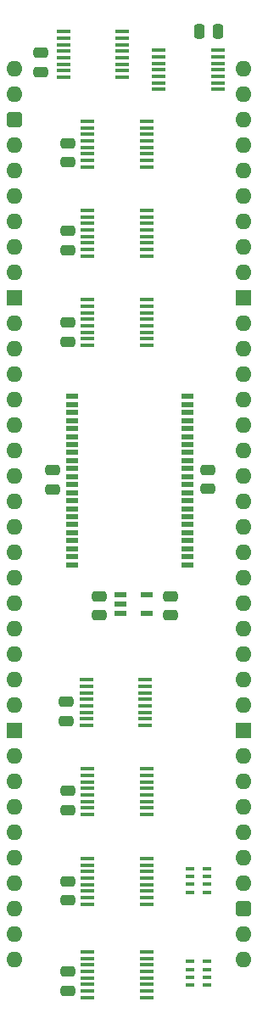
<source format=gts>
%TF.GenerationSoftware,KiCad,Pcbnew,8.0.4*%
%TF.CreationDate,2024-08-14T13:39:08+02:00*%
%TF.ProjectId,Video Memory 2MB,56696465-6f20-44d6-956d-6f727920324d,V1*%
%TF.SameCoordinates,PX525bfc0PY43d3480*%
%TF.FileFunction,Soldermask,Top*%
%TF.FilePolarity,Negative*%
%FSLAX46Y46*%
G04 Gerber Fmt 4.6, Leading zero omitted, Abs format (unit mm)*
G04 Created by KiCad (PCBNEW 8.0.4) date 2024-08-14 13:39:08*
%MOMM*%
%LPD*%
G01*
G04 APERTURE LIST*
G04 Aperture macros list*
%AMRoundRect*
0 Rectangle with rounded corners*
0 $1 Rounding radius*
0 $2 $3 $4 $5 $6 $7 $8 $9 X,Y pos of 4 corners*
0 Add a 4 corners polygon primitive as box body*
4,1,4,$2,$3,$4,$5,$6,$7,$8,$9,$2,$3,0*
0 Add four circle primitives for the rounded corners*
1,1,$1+$1,$2,$3*
1,1,$1+$1,$4,$5*
1,1,$1+$1,$6,$7*
1,1,$1+$1,$8,$9*
0 Add four rect primitives between the rounded corners*
20,1,$1+$1,$2,$3,$4,$5,0*
20,1,$1+$1,$4,$5,$6,$7,0*
20,1,$1+$1,$6,$7,$8,$9,0*
20,1,$1+$1,$8,$9,$2,$3,0*%
G04 Aperture macros list end*
%ADD10O,1.600000X1.600000*%
%ADD11RoundRect,0.400000X-0.400000X-0.400000X0.400000X-0.400000X0.400000X0.400000X-0.400000X0.400000X0*%
%ADD12R,1.600000X1.600000*%
%ADD13RoundRect,0.250000X-0.475000X0.250000X-0.475000X-0.250000X0.475000X-0.250000X0.475000X0.250000X0*%
%ADD14RoundRect,0.250000X0.475000X-0.250000X0.475000X0.250000X-0.475000X0.250000X-0.475000X-0.250000X0*%
%ADD15R,1.450000X0.450000*%
%ADD16R,1.150000X0.600000*%
%ADD17R,0.900000X0.450000*%
%ADD18RoundRect,0.250000X0.250000X0.475000X-0.250000X0.475000X-0.250000X-0.475000X0.250000X-0.475000X0*%
%ADD19R,1.475000X0.450000*%
%ADD20R,1.295000X0.600000*%
G04 APERTURE END LIST*
D10*
%TO.C,J7*%
X0Y0D03*
X0Y-2540000D03*
D11*
X0Y-5080000D03*
D10*
X0Y-7620000D03*
X0Y-10160000D03*
X0Y-12700000D03*
X0Y-15240000D03*
X0Y-17780000D03*
X0Y-20320000D03*
D12*
X0Y-22860000D03*
D10*
X0Y-25400000D03*
X0Y-27940000D03*
X0Y-30480000D03*
X0Y-33020000D03*
X0Y-35560000D03*
X0Y-38100000D03*
X0Y-40640000D03*
X0Y-43180000D03*
X0Y-45720000D03*
X0Y-48260000D03*
X0Y-50800000D03*
X0Y-53340000D03*
X0Y-55880000D03*
X0Y-58420000D03*
X0Y-60960000D03*
X0Y-63500000D03*
D12*
X0Y-66040000D03*
D10*
X0Y-68580000D03*
X0Y-71120000D03*
X0Y-73660000D03*
X0Y-76200000D03*
X0Y-78740000D03*
X0Y-81280000D03*
X0Y-83820000D03*
X0Y-86360000D03*
X0Y-88900000D03*
X22860000Y-88900000D03*
X22860000Y-86360000D03*
D11*
X22860000Y-83820000D03*
D10*
X22860000Y-81280000D03*
X22860000Y-78740000D03*
X22860000Y-76200000D03*
X22860000Y-73660000D03*
X22860000Y-71120000D03*
X22860000Y-68580000D03*
D12*
X22860000Y-66040000D03*
D10*
X22860000Y-63500000D03*
X22860000Y-60960000D03*
X22860000Y-58420000D03*
X22860000Y-55880000D03*
X22860000Y-53340000D03*
X22860000Y-50800000D03*
X22860000Y-48260000D03*
X22860000Y-45720000D03*
X22860000Y-43180000D03*
X22860000Y-40640000D03*
X22860000Y-38100000D03*
X22860000Y-35560000D03*
X22860000Y-33020000D03*
X22860000Y-30480000D03*
X22860000Y-27940000D03*
X22860000Y-25400000D03*
D12*
X22860000Y-22860000D03*
D10*
X22860000Y-20320000D03*
X22860000Y-17780000D03*
X22860000Y-15240000D03*
X22860000Y-12700000D03*
X22860000Y-10160000D03*
X22860000Y-7620000D03*
X22860000Y-5080000D03*
X22860000Y-2540000D03*
X22860000Y0D03*
%TD*%
D13*
%TO.C,C42*%
X15621000Y-52660000D03*
X15621000Y-54560000D03*
%TD*%
D14*
%TO.C,C4*%
X19304000Y-41955000D03*
X19304000Y-40055000D03*
%TD*%
D15*
%TO.C,IC6*%
X7345000Y-23077998D03*
X7345000Y-23727998D03*
X7345000Y-24377998D03*
X7345000Y-25027998D03*
X7345000Y-25677998D03*
X7345000Y-26327998D03*
X7345000Y-26977998D03*
X7345000Y-27627998D03*
X13195000Y-27627998D03*
X13195000Y-26977998D03*
X13195000Y-26327998D03*
X13195000Y-25677998D03*
X13195000Y-25027998D03*
X13195000Y-24377998D03*
X13195000Y-23727998D03*
X13195000Y-23077998D03*
%TD*%
D13*
%TO.C,C10*%
X2691997Y1569000D03*
X2691997Y-331000D03*
%TD*%
%TO.C,C1*%
X5334000Y-7448000D03*
X5334000Y-9348000D03*
%TD*%
D16*
%TO.C,IC36*%
X10638000Y-52517000D03*
X10638000Y-53467000D03*
X10638000Y-54417000D03*
X13238000Y-54417000D03*
X13238000Y-52517000D03*
%TD*%
D13*
%TO.C,C41*%
X8509000Y-52660000D03*
X8509000Y-54560000D03*
%TD*%
D15*
%TO.C,IC8*%
X7345000Y-69902000D03*
X7345000Y-70552000D03*
X7345000Y-71202000D03*
X7345000Y-71852000D03*
X7345000Y-72502000D03*
X7345000Y-73152000D03*
X7345000Y-73802000D03*
X7345000Y-74452000D03*
X13195000Y-74452000D03*
X13195000Y-73802000D03*
X13195000Y-73152000D03*
X13195000Y-72502000D03*
X13195000Y-71852000D03*
X13195000Y-71202000D03*
X13195000Y-70552000D03*
X13195000Y-69902000D03*
%TD*%
D13*
%TO.C,C6*%
X5334000Y-72091000D03*
X5334000Y-73991000D03*
%TD*%
%TO.C,C7*%
X5207000Y-63201000D03*
X5207000Y-65101000D03*
%TD*%
D17*
%TO.C,RN7*%
X17536000Y-79826000D03*
X17536000Y-80626000D03*
X17536000Y-81426000D03*
X17536000Y-82226000D03*
X19236000Y-82226000D03*
X19236000Y-81426000D03*
X19236000Y-80626000D03*
X19236000Y-79826000D03*
%TD*%
D18*
%TO.C,C11*%
X20365000Y3683000D03*
X18465000Y3683000D03*
%TD*%
D13*
%TO.C,C8*%
X5334000Y-25355000D03*
X5334000Y-27255000D03*
%TD*%
D15*
%TO.C,IC5*%
X7345000Y-14149000D03*
X7345000Y-14799000D03*
X7345000Y-15449000D03*
X7345000Y-16099000D03*
X7345000Y-16749000D03*
X7345000Y-17399000D03*
X7345000Y-18049000D03*
X7345000Y-18699000D03*
X13195000Y-18699000D03*
X13195000Y-18049000D03*
X13195000Y-17399000D03*
X13195000Y-16749000D03*
X13195000Y-16099000D03*
X13195000Y-15449000D03*
X13195000Y-14799000D03*
X13195000Y-14149000D03*
%TD*%
%TO.C,IC4*%
X7345000Y-5259000D03*
X7345000Y-5909000D03*
X7345000Y-6559000D03*
X7345000Y-7209000D03*
X7345000Y-7859000D03*
X7345000Y-8509000D03*
X7345000Y-9159000D03*
X7345000Y-9809000D03*
X13195000Y-9809000D03*
X13195000Y-9159000D03*
X13195000Y-8509000D03*
X13195000Y-7859000D03*
X13195000Y-7209000D03*
X13195000Y-6559000D03*
X13195000Y-5909000D03*
X13195000Y-5259000D03*
%TD*%
%TO.C,IC7*%
X7218000Y-61012000D03*
X7218000Y-61662000D03*
X7218000Y-62312000D03*
X7218000Y-62962000D03*
X7218000Y-63612000D03*
X7218000Y-64262000D03*
X7218000Y-64912000D03*
X7218000Y-65562000D03*
X13068000Y-65562000D03*
X13068000Y-64912000D03*
X13068000Y-64262000D03*
X13068000Y-63612000D03*
X13068000Y-62962000D03*
X13068000Y-62312000D03*
X13068000Y-61662000D03*
X13068000Y-61012000D03*
%TD*%
D13*
%TO.C,C9*%
X5334000Y-16211000D03*
X5334000Y-18111000D03*
%TD*%
%TO.C,C2*%
X5334000Y-90125000D03*
X5334000Y-92025000D03*
%TD*%
D17*
%TO.C,RN8*%
X17536000Y-89097000D03*
X17536000Y-89897000D03*
X17536000Y-90697000D03*
X17536000Y-91497000D03*
X19236000Y-91497000D03*
X19236000Y-90697000D03*
X19236000Y-89897000D03*
X19236000Y-89097000D03*
%TD*%
D13*
%TO.C,C3*%
X3810000Y-40087000D03*
X3810000Y-41987000D03*
%TD*%
D19*
%TO.C,IC1*%
X14461000Y1823000D03*
X14461000Y1173000D03*
X14461000Y523000D03*
X14461000Y-127000D03*
X14461000Y-777000D03*
X14461000Y-1427000D03*
X14461000Y-2077000D03*
X20337000Y-2077000D03*
X20337000Y-1427000D03*
X20337000Y-777000D03*
X20337000Y-127000D03*
X20337000Y523000D03*
X20337000Y1173000D03*
X20337000Y1823000D03*
%TD*%
%TO.C,IC10*%
X7332000Y-88149000D03*
X7332000Y-88799000D03*
X7332000Y-89449000D03*
X7332000Y-90099000D03*
X7332000Y-90749000D03*
X7332000Y-91399000D03*
X7332000Y-92049000D03*
X7332000Y-92699000D03*
X13208000Y-92699000D03*
X13208000Y-92049000D03*
X13208000Y-91399000D03*
X13208000Y-90749000D03*
X13208000Y-90099000D03*
X13208000Y-89449000D03*
X13208000Y-88799000D03*
X13208000Y-88149000D03*
%TD*%
%TO.C,IC9*%
X7332000Y-78851328D03*
X7332000Y-79501328D03*
X7332000Y-80151328D03*
X7332000Y-80801328D03*
X7332000Y-81451328D03*
X7332000Y-82101328D03*
X7332000Y-82751328D03*
X7332000Y-83401328D03*
X13208000Y-83401328D03*
X13208000Y-82751328D03*
X13208000Y-82101328D03*
X13208000Y-81451328D03*
X13208000Y-80801328D03*
X13208000Y-80151328D03*
X13208000Y-79501328D03*
X13208000Y-78851328D03*
%TD*%
D20*
%TO.C,IC3*%
X5816000Y-32729000D03*
X5816000Y-33529000D03*
X5816000Y-34329000D03*
X5816000Y-35129000D03*
X5816000Y-35929000D03*
X5816000Y-36729000D03*
X5816000Y-37529000D03*
X5816000Y-38329000D03*
X5816000Y-39129000D03*
X5816000Y-39929000D03*
X5816000Y-40729000D03*
X5816000Y-41529000D03*
X5816000Y-42329000D03*
X5816000Y-43129000D03*
X5816000Y-43929000D03*
X5816000Y-44729000D03*
X5816000Y-45529000D03*
X5816000Y-46329000D03*
X5816000Y-47129000D03*
X5816000Y-47929000D03*
X5816000Y-48729000D03*
X5816000Y-49529000D03*
X17272000Y-49529000D03*
X17272000Y-48729000D03*
X17272000Y-47929000D03*
X17272000Y-47129000D03*
X17272000Y-46329000D03*
X17272000Y-45529000D03*
X17272000Y-44729000D03*
X17272000Y-43929000D03*
X17272000Y-43129000D03*
X17272000Y-42329000D03*
X17272000Y-41529000D03*
X17272000Y-40729000D03*
X17272000Y-39929000D03*
X17272000Y-39129000D03*
X17272000Y-38329000D03*
X17272000Y-37529000D03*
X17272000Y-36729000D03*
X17272000Y-35929000D03*
X17272000Y-35129000D03*
X17272000Y-34329000D03*
X17272000Y-33529000D03*
X17272000Y-32729000D03*
%TD*%
D15*
%TO.C,IC2*%
X4949000Y3672000D03*
X4949000Y3022000D03*
X4949000Y2372000D03*
X4949000Y1722000D03*
X4949000Y1072000D03*
X4949000Y422000D03*
X4949000Y-228000D03*
X4949000Y-878000D03*
X10799000Y-878000D03*
X10799000Y-228000D03*
X10799000Y422000D03*
X10799000Y1072000D03*
X10799000Y1722000D03*
X10799000Y2372000D03*
X10799000Y3022000D03*
X10799000Y3672000D03*
%TD*%
D13*
%TO.C,C5*%
X5334000Y-81108000D03*
X5334000Y-83008000D03*
%TD*%
M02*

</source>
